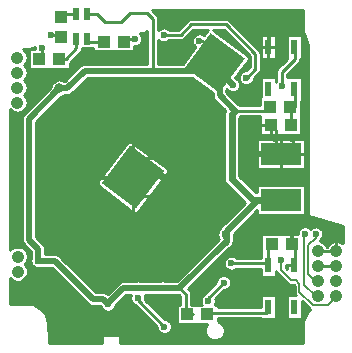
<source format=gbr>
G04 DipTrace 3.2.0.1*
G04 Bottom.gbr*
%MOIN*%
G04 #@! TF.FileFunction,Copper,L2,Bot*
G04 #@! TF.Part,Single*
%AMOUTLINE9*
4,1,4,
-0.014979,0.099094,
0.099094,0.014979,
0.014979,-0.099094,
-0.099094,-0.014979,
-0.014979,0.099094,
0*%
%AMOUTLINE12*
4,1,4,
-0.103974,-0.020286,
-0.00926,0.105529,
0.103974,0.020286,
0.00926,-0.105529,
-0.103974,-0.020286,
0*%
G04 #@! TA.AperFunction,CopperBalancing*
%ADD10C,0.009843*%
G04 #@! TA.AperFunction,Conductor*
%ADD16C,0.015748*%
%ADD17C,0.006299*%
G04 #@! TA.AperFunction,ViaPad*
%ADD22C,0.031496*%
G04 #@! TA.AperFunction,Conductor*
%ADD24C,0.019685*%
%ADD27C,0.020669*%
G04 #@! TA.AperFunction,ViaPad*
%ADD28C,0.023622*%
G04 #@! TA.AperFunction,CopperBalancing*
%ADD30C,0.008661*%
%ADD33R,0.03937X0.043307*%
%ADD34R,0.043307X0.03937*%
%ADD35R,0.133858X0.074803*%
%ADD37R,0.023622X0.03937*%
G04 #@! TA.AperFunction,ComponentPad*
%ADD44C,0.041339*%
%ADD59R,0.023622X0.051181*%
G04 #@! TA.AperFunction,ViaPad*
%ADD61C,0.025984*%
%ADD125OUTLINE9*%
%ADD128OUTLINE12*%
%FSLAX26Y26*%
G04*
G70*
G90*
G75*
G01*
G04 Bottom*
%LPD*%
X275984Y77953D2*
D10*
X349606D1*
Y76772D1*
X330315Y125984D2*
Y96063D1*
X349606Y76772D1*
X388976Y126378D2*
Y84646D1*
X381102Y76772D1*
X349606D1*
X381496Y-176772D2*
Y-220866D1*
X384646Y-224016D1*
X393701D1*
Y-292126D1*
X392520Y-293307D1*
X532677Y-246457D2*
X471260D1*
Y-246850D1*
X330315Y125984D2*
Y156693D1*
X314567Y172441D1*
X356693Y527953D2*
X341732D1*
X307087Y493307D1*
Y433071D1*
X305906D1*
X-145434Y-867D2*
X-118190D1*
X-117323Y0D1*
X-118110Y61811D2*
X-47253D1*
X-46072Y62992D1*
X-118504Y-62205D2*
X-48434D1*
X-46072Y-64567D1*
X19282D1*
X19676Y-64173D1*
Y-1575D1*
X18888Y-787D1*
Y61811D1*
X19676Y62598D1*
X-45678D1*
X-116929Y62992D2*
X-118110Y61811D1*
Y787D1*
X-144567Y0D2*
X-145434Y-867D1*
X-117323Y0D2*
Y-61024D1*
X-118504Y-62205D1*
X-206693Y-224803D2*
X-140954D1*
X19676Y-64173D1*
X-353552Y110630D2*
Y75993D1*
X-275197Y-2362D1*
X402756Y-538189D2*
Y-530315D1*
X351181Y-478740D1*
Y-403543D1*
X383858Y-370866D1*
X-275197Y-2362D2*
X-146929D1*
X-145434Y-867D1*
X305906Y-433071D2*
Y-446063D1*
X298819Y-453150D1*
X108268D1*
X103150Y-458268D1*
X317717Y-224016D2*
X306693D1*
Y-292520D1*
X305906Y-293307D1*
X183071Y-287402D2*
X300000D1*
X305906Y-293307D1*
X464961Y-189764D2*
D17*
Y-202756D1*
X440157Y-227559D1*
Y-324409D1*
X462598Y-346850D1*
X471260D1*
X428740Y-188976D2*
X426772D1*
Y-360630D1*
X464173Y-398031D1*
X470079D1*
X471260Y-396850D1*
X532677Y-396457D2*
Y-400394D1*
X505512Y-427559D1*
X455906D1*
X410236Y-381890D1*
Y-356299D1*
X397244Y-343307D1*
X381102D1*
X347244Y-309449D1*
Y-277165D1*
X187795Y306693D2*
D24*
X147970Y346518D1*
D10*
X147010D1*
X128346Y380315D1*
X349606Y-76772D2*
D24*
X270472D1*
X167717Y-179528D1*
Y-212598D1*
X10236Y-370079D1*
X-127559D1*
X36220Y-458268D2*
D10*
X30709D1*
Y-390551D1*
X10236Y-370079D1*
X161417Y-190551D2*
D16*
X166929Y-218898D1*
X167717Y-212598D1*
X471260Y-296850D2*
D10*
X532677D1*
Y-296457D1*
X-390157Y296063D2*
D24*
X-363386D1*
X-304724Y354724D1*
X-78346D1*
X3543D1*
X91339D1*
X143701Y302362D1*
Y273228D1*
X196457Y220472D1*
D10*
X299213D1*
X312992Y234252D1*
X76772Y454724D2*
X103097Y448534D1*
X28294Y351290D1*
X3543Y354724D1*
X91339D2*
X102756D1*
X128346Y380315D1*
X-227559Y-424016D2*
X-224606Y-421063D1*
Y-417913D1*
D27*
X-176772Y-370079D1*
X-127559D1*
X-46457Y-368898D2*
D10*
X9843D1*
X30709Y-389764D2*
Y-440551D1*
X36220D1*
X53937Y-458268D1*
X36220D1*
X-461417Y-279134D2*
D24*
X-406299D1*
X-277953Y-407480D1*
X-244094D1*
X-227559Y-424016D1*
X-461417Y-279134D2*
Y-238976D1*
X-491732Y-208661D1*
Y194488D1*
X-390157Y296063D1*
X-297638Y544094D2*
D10*
X-264961D1*
X-237402Y516535D1*
X-185827D1*
X-155512Y546850D1*
X-97638D1*
X-78346Y527559D1*
Y354724D1*
X349606Y-76772D2*
D28*
X254331D1*
X184252Y-6693D1*
Y208268D1*
X196457Y220472D1*
X379921Y234252D2*
D10*
X394094D1*
Y291732D1*
X392520Y293307D1*
X381496Y172441D2*
Y232677D1*
X379921Y234252D1*
X350787Y302362D2*
Y350000D1*
X393701Y392913D1*
Y433071D1*
X392520D1*
X-333071Y544094D2*
X-373228D1*
X-384646Y532677D1*
X-390551Y394488D2*
X-368110D1*
X-333071Y429528D1*
Y461417D1*
X-241732Y451575D2*
X-291732D1*
X-297638Y457480D1*
Y461417D1*
X-417323Y472835D2*
X-391732D1*
X-384646Y465748D1*
X-447638Y429528D2*
Y404331D1*
X-457480Y394488D1*
X-139370Y460236D2*
X-166142D1*
X-174803Y451575D1*
X-41732Y473228D2*
X13780D1*
X48819Y508268D1*
X164567D1*
X262205Y410630D1*
Y358661D1*
X234252Y330709D1*
X233071D1*
X-128346Y-404331D2*
Y-410630D1*
X-40157Y-498819D1*
X105906Y-413386D2*
Y-403543D1*
X157480Y-351969D1*
D28*
X394488Y545276D3*
X356693Y527953D3*
X17323Y519685D3*
X-41339Y518110D3*
X418504Y516535D3*
X-41732Y473228D3*
X-417323Y472835D3*
X-139370Y460236D3*
X76772Y454724D3*
X-447638Y429528D3*
X-108268Y403937D3*
X-24016Y393701D3*
X425197Y371654D3*
X-356693Y353543D3*
X427165Y334646D3*
X233071Y330709D3*
X-431890Y324803D3*
X187795Y306693D3*
X350787Y302362D3*
D22*
X-390157Y296063D3*
D28*
X242126Y284252D3*
X85433Y282283D3*
X428740Y255906D3*
X-380709Y249606D3*
X-83465Y216535D3*
X-412598Y216142D3*
X429528Y197244D3*
X-350394Y191339D3*
X-84252Y186220D3*
X-427953Y168110D3*
X-454724Y145276D3*
X429528Y132677D3*
X388976Y126378D3*
X330315Y125984D3*
X-353552Y110630D3*
X-455512Y87402D3*
X275984Y77953D3*
X-385039Y9843D3*
X-275197Y-2362D3*
X407874Y-3543D3*
X343701Y-4331D3*
X300394Y-4724D3*
X410236Y-137795D3*
X343701Y-138583D3*
X291732Y-139370D3*
X-520866Y-149606D3*
X-208268Y-157087D3*
X238976Y-174803D3*
X381496Y-176772D3*
X542913Y-177559D3*
X505906Y-187402D3*
X428740Y-188976D3*
X464961Y-189764D3*
X70866Y-194094D3*
X161417Y-190551D3*
X-286614Y-198031D3*
X-546850Y-198425D3*
X99213Y-222835D3*
X-544882Y-222441D3*
X-206693Y-224803D3*
X-283858Y-243307D3*
X12598Y-273622D3*
X-363386Y-272047D3*
X-461417Y-279134D3*
X151575Y-275591D3*
X-16929Y-295276D3*
X210236Y-316535D3*
X183071Y-287402D3*
X347244Y-277165D3*
X157480Y-351969D3*
X106299Y-365748D3*
X-46457Y-368898D3*
X-127559Y-370079D3*
X383858Y-370866D3*
X-506299Y-389764D3*
X-128346Y-404331D3*
X154331Y-405118D3*
X105906Y-413386D3*
X-498425Y-414567D3*
X-470079Y-414961D3*
X-227559Y-424016D3*
X-414173Y-440551D3*
X-110236Y-471260D3*
X-111811Y-498425D3*
X-40157Y-498819D3*
X-393701Y-507874D3*
X402756Y-538189D3*
X83071Y-541339D3*
X1181Y-544882D3*
D61*
X-46072Y62992D3*
X19676Y62598D3*
X-118110Y61811D3*
X-117323Y0D3*
X-45678D3*
X18888Y-787D3*
X-118504Y-62205D3*
X19676Y-64173D3*
X-46072Y-64567D3*
X-71869Y547769D2*
D30*
X421182D1*
X-63445Y539239D2*
X421182D1*
X-59486Y530709D2*
X421182D1*
X-59215Y522178D2*
X36121D1*
X177265D2*
X421182D1*
X-59215Y513648D2*
X27510D1*
X185875D2*
X421182D1*
X-59215Y505118D2*
X18984D1*
X194402D2*
X421182D1*
X-59215Y496588D2*
X-51915D1*
X-31539D2*
X10441D1*
X202945D2*
X421182D1*
X55294Y488058D2*
X102350D1*
X124975D2*
X158092D1*
X211471D2*
X421182D1*
X-110287Y479528D2*
X-97471D1*
X46769D2*
X71748D1*
X81803D2*
X96024D1*
X136546D2*
X166617D1*
X219997D2*
X424193D1*
X-115769Y470997D2*
X-97471D1*
X38243D2*
X56726D1*
X148117D2*
X175143D1*
X228522D2*
X279892D1*
X331919D2*
X366507D1*
X418533D2*
X427661D1*
X-113451Y462467D2*
X-97471D1*
X29717D2*
X51972D1*
X159688D2*
X183669D1*
X237049D2*
X279892D1*
X331919D2*
X366507D1*
X418533D2*
X431129D1*
X-114161Y453937D2*
X-97471D1*
X-24739D2*
X50770D1*
X171260D2*
X192213D1*
X245592D2*
X279892D1*
X331919D2*
X366507D1*
X418533D2*
X433819D1*
X-118188Y445407D2*
X-97471D1*
X-59215D2*
X52547D1*
X182814D2*
X200739D1*
X254118D2*
X279892D1*
X331919D2*
X366507D1*
X418533D2*
X436390D1*
X-129184Y436877D2*
X-97471D1*
X-59215D2*
X58181D1*
X194385D2*
X209265D1*
X262644D2*
X279892D1*
X331919D2*
X366507D1*
X418533D2*
X438505D1*
X-481510Y428346D2*
X-473634D1*
X-313983D2*
X-277585D1*
X-138945D2*
X-97471D1*
X-59215D2*
X58282D1*
X205955D2*
X217791D1*
X271171D2*
X279892D1*
X331919D2*
X366507D1*
X418533D2*
X438505D1*
X-502944Y419816D2*
X-493343D1*
X-316740D2*
X-277585D1*
X-138945D2*
X-97471D1*
X-59215D2*
X51990D1*
X217528D2*
X226333D1*
X331919D2*
X366507D1*
X418533D2*
X438521D1*
X-497734Y411286D2*
X-493350D1*
X-324623D2*
X-97471D1*
X-59215D2*
X45696D1*
X229098D2*
X234848D1*
X331919D2*
X366507D1*
X418533D2*
X438521D1*
X-333150Y402756D2*
X-97471D1*
X-59215D2*
X39403D1*
X331919D2*
X366507D1*
X418533D2*
X438521D1*
X-341676Y394226D2*
X-97471D1*
X-59215D2*
X33110D1*
X331919D2*
X366507D1*
X418533D2*
X438538D1*
X-350219Y385696D2*
X-97471D1*
X-59215D2*
X26833D1*
X237810D2*
X243092D1*
X281337D2*
X359791D1*
X411343D2*
X438538D1*
X-502199Y377165D2*
X-493343D1*
X-354685D2*
X-311402D1*
X231517D2*
X243081D1*
X281337D2*
X351265D1*
X404644D2*
X438538D1*
X-501996Y368635D2*
X-493343D1*
X-354685D2*
X-324461D1*
X225224D2*
X243081D1*
X281337D2*
X342739D1*
X396118D2*
X438555D1*
X-497260Y360105D2*
X-332987D1*
X218930D2*
X236958D1*
X281337D2*
X334720D1*
X387575D2*
X438555D1*
X-495230Y351575D2*
X-341530D1*
X212638D2*
X218176D1*
X279899D2*
X331726D1*
X379049D2*
X438572D1*
X-495416Y343045D2*
X-350056D1*
X273285D2*
X331657D1*
X370522D2*
X438572D1*
X-497852Y334514D2*
X-358583D1*
X200068D2*
X207353D1*
X264741D2*
X331657D1*
X369913D2*
X438572D1*
X-503164Y325984D2*
X-367109D1*
X-299824D2*
X59280D1*
X258635D2*
X279892D1*
X418533D2*
X438589D1*
X-501134Y317454D2*
X-410738D1*
X-308349D2*
X70852D1*
X255302D2*
X279892D1*
X418533D2*
X438589D1*
X-496837Y308924D2*
X-417114D1*
X-316875D2*
X82423D1*
X213703D2*
X219635D1*
X246505D2*
X279892D1*
X418533D2*
X438589D1*
X-495129Y300394D2*
X-419787D1*
X-325402D2*
X93976D1*
X213010D2*
X279892D1*
X418533D2*
X438606D1*
X-495619Y291864D2*
X-428009D1*
X-333928D2*
X105547D1*
X208967D2*
X279892D1*
X418533D2*
X438606D1*
X-498394Y283333D2*
X-436535D1*
X-342471D2*
X117118D1*
X167740D2*
X177613D1*
X197988D2*
X279892D1*
X418533D2*
X438606D1*
X-504213Y274803D2*
X-445062D1*
X-353281D2*
X119656D1*
X175776D2*
X279892D1*
X418533D2*
X438623D1*
X-500356Y266273D2*
X-453605D1*
X-386302D2*
X120722D1*
X184302D2*
X277135D1*
X418533D2*
X438623D1*
X-496465Y257743D2*
X-462130D1*
X-394828D2*
X125577D1*
X192828D2*
X277135D1*
X418533D2*
X438623D1*
X-495060Y249213D2*
X-470656D1*
X-403354D2*
X134070D1*
X201371D2*
X277135D1*
X415776D2*
X438640D1*
X-495856Y240682D2*
X-479182D1*
X-411881D2*
X142596D1*
X212299D2*
X277135D1*
X415776D2*
X438640D1*
X-498986Y232152D2*
X-487726D1*
X-420424D2*
X151122D1*
X415776D2*
X438640D1*
X-505381Y223622D2*
X-496252D1*
X-428950D2*
X159664D1*
X415776D2*
X438657D1*
X-554845Y215092D2*
X-539238D1*
X-520605D2*
X-504778D1*
X-437476D2*
X159175D1*
X415776D2*
X438657D1*
X-554828Y206562D2*
X-512390D1*
X-446001D2*
X158244D1*
X415776D2*
X438673D1*
X-554828Y198031D2*
X-515503D1*
X-454545D2*
X158244D1*
X210455D2*
X278709D1*
X417349D2*
X438673D1*
X-554811Y189501D2*
X-515774D1*
X-463071D2*
X158244D1*
X210269D2*
X278709D1*
X417349D2*
X438673D1*
X-554811Y180971D2*
X-515774D1*
X-467689D2*
X158244D1*
X210269D2*
X278709D1*
X417349D2*
X438690D1*
X-554811Y172441D2*
X-515774D1*
X-467689D2*
X158244D1*
X210269D2*
X278709D1*
X417349D2*
X438690D1*
X-554794Y163911D2*
X-515774D1*
X-467689D2*
X158244D1*
X210269D2*
X278709D1*
X417349D2*
X438690D1*
X-554794Y155381D2*
X-515774D1*
X-467689D2*
X158244D1*
X210269D2*
X278709D1*
X417349D2*
X438707D1*
X-554777Y146850D2*
X-515774D1*
X-467689D2*
X158244D1*
X210269D2*
X278709D1*
X417349D2*
X438707D1*
X-554777Y138320D2*
X-515774D1*
X-467689D2*
X158244D1*
X210269D2*
X438707D1*
X-554760Y129790D2*
X-515774D1*
X-467689D2*
X158244D1*
X210269D2*
X438724D1*
X-554760Y121260D2*
X-515774D1*
X-467689D2*
X158244D1*
X210269D2*
X268474D1*
X430747D2*
X438724D1*
X-554743Y112730D2*
X-515774D1*
X-467689D2*
X-166188D1*
X-142362D2*
X158244D1*
X210269D2*
X268474D1*
X430747D2*
X438724D1*
X-554743Y104199D2*
X-515774D1*
X-467689D2*
X-172598D1*
X-131045D2*
X158244D1*
X210269D2*
X268474D1*
X430747D2*
X438741D1*
X-554727Y95669D2*
X-515774D1*
X-467689D2*
X-179028D1*
X-119710D2*
X158244D1*
X210269D2*
X268474D1*
X430747D2*
X438741D1*
X-554727Y87139D2*
X-515774D1*
X-467689D2*
X-185438D1*
X-108375D2*
X158244D1*
X210269D2*
X268474D1*
X430747D2*
X438741D1*
X-554710Y78609D2*
X-515774D1*
X-467689D2*
X-191867D1*
X-97042D2*
X158244D1*
X210269D2*
X268474D1*
X430747D2*
X438759D1*
X-554710Y70079D2*
X-515774D1*
X-467689D2*
X-198295D1*
X-85707D2*
X158244D1*
X210269D2*
X268474D1*
X430747D2*
X438759D1*
X-554710Y61549D2*
X-515774D1*
X-467689D2*
X-204707D1*
X-74373D2*
X158244D1*
X210269D2*
X268474D1*
X430747D2*
X438759D1*
X-554693Y53018D2*
X-515774D1*
X-467689D2*
X-211135D1*
X-63055D2*
X158244D1*
X210269D2*
X268474D1*
X430747D2*
X438776D1*
X-554693Y44488D2*
X-515774D1*
X-467689D2*
X-217547D1*
X-51722D2*
X158244D1*
X210269D2*
X268474D1*
X430747D2*
X438776D1*
X-554676Y35958D2*
X-515774D1*
X-467689D2*
X-223975D1*
X-40387D2*
X158244D1*
X210269D2*
X268474D1*
X430747D2*
X438793D1*
X-554676Y27428D2*
X-515774D1*
X-467689D2*
X-230404D1*
X-29933D2*
X158244D1*
X210269D2*
X268474D1*
X430747D2*
X438793D1*
X-554659Y18898D2*
X-515774D1*
X-467689D2*
X-236815D1*
X-27260D2*
X158244D1*
X210269D2*
X438793D1*
X-554659Y10367D2*
X-515774D1*
X-467689D2*
X-243244D1*
X-30711D2*
X158244D1*
X210269D2*
X438810D1*
X-554642Y1837D2*
X-515774D1*
X-467689D2*
X-249655D1*
X-37139D2*
X158244D1*
X212147D2*
X438810D1*
X-554642Y-6693D2*
X-515774D1*
X-467689D2*
X-256084D1*
X-43551D2*
X158244D1*
X220690D2*
X438810D1*
X-554625Y-15223D2*
X-515774D1*
X-467689D2*
X-262224D1*
X-49979D2*
X159732D1*
X229217D2*
X438827D1*
X-554625Y-23753D2*
X-515774D1*
X-467689D2*
X-263358D1*
X-56390D2*
X164909D1*
X237743D2*
X438827D1*
X-554608Y-32283D2*
X-515774D1*
X-467689D2*
X-257673D1*
X-62819D2*
X173402D1*
X246269D2*
X268474D1*
X430747D2*
X438827D1*
X-554608Y-40814D2*
X-515774D1*
X-467689D2*
X-246340D1*
X-69247D2*
X181944D1*
X254811D2*
X268474D1*
X430747D2*
X438843D1*
X-554591Y-49344D2*
X-515774D1*
X-467689D2*
X-235005D1*
X-75659D2*
X190470D1*
X263337D2*
X268474D1*
X430747D2*
X438843D1*
X-554591Y-57874D2*
X-515774D1*
X-467689D2*
X-223671D1*
X-82087D2*
X198996D1*
X430747D2*
X438843D1*
X-554591Y-66404D2*
X-515774D1*
X-467689D2*
X-212336D1*
X-88499D2*
X207522D1*
X430747D2*
X438860D1*
X-554575Y-74934D2*
X-515774D1*
X-467689D2*
X-201020D1*
X-94927D2*
X216066D1*
X430747D2*
X438860D1*
X-554575Y-83465D2*
X-515774D1*
X-467689D2*
X-189685D1*
X-101356D2*
X224592D1*
X430747D2*
X438860D1*
X-554558Y-91995D2*
X-515774D1*
X-467689D2*
X-178350D1*
X-107766D2*
X221597D1*
X430747D2*
X438877D1*
X-554558Y-100525D2*
X-515774D1*
X-467689D2*
X-167016D1*
X-114196D2*
X213071D1*
X430747D2*
X438877D1*
X-554541Y-109055D2*
X-515774D1*
X-467689D2*
X-155682D1*
X-120606D2*
X204545D1*
X430747D2*
X438894D1*
X-554541Y-117585D2*
X-515774D1*
X-467689D2*
X-144297D1*
X-128050D2*
X196001D1*
X263304D2*
X268474D1*
X430747D2*
X438894D1*
X-554524Y-126115D2*
X-515774D1*
X-467689D2*
X187476D1*
X254778D2*
X268474D1*
X430747D2*
X438894D1*
X-554524Y-134646D2*
X-515774D1*
X-467689D2*
X178950D1*
X246252D2*
X455354D1*
X-554507Y-143176D2*
X-515774D1*
X-467689D2*
X170424D1*
X237726D2*
X483030D1*
X-554507Y-151706D2*
X-515774D1*
X-467689D2*
X161881D1*
X229182D2*
X510706D1*
X-554490Y-160236D2*
X-515774D1*
X-467689D2*
X153354D1*
X220656D2*
X538382D1*
X-554490Y-168766D2*
X-515774D1*
X-467689D2*
X146318D1*
X212130D2*
X412909D1*
X444568D2*
X450245D1*
X479671D2*
X553793D1*
X-554490Y-177297D2*
X-515774D1*
X-467689D2*
X139178D1*
X203605D2*
X405601D1*
X487672D2*
X553726D1*
X-554472Y-185827D2*
X-515774D1*
X-467689D2*
X135845D1*
X195062D2*
X402929D1*
X490667D2*
X553640D1*
X-554472Y-194357D2*
X-515774D1*
X-467689D2*
X135693D1*
X191762D2*
X281854D1*
X490547D2*
X553573D1*
X-554455Y-202887D2*
X-515774D1*
X-463849D2*
X138636D1*
X191762D2*
X281854D1*
X487282D2*
X553488D1*
X-554455Y-211417D2*
X-515622D1*
X-455323D2*
X135253D1*
X191762D2*
X281854D1*
X479856D2*
X553421D1*
X-554438Y-219948D2*
X-512846D1*
X-446797D2*
X126710D1*
X190562D2*
X281854D1*
X492933D2*
X510503D1*
X-554438Y-228478D2*
X-505573D1*
X-439878D2*
X118185D1*
X186722D2*
X281854D1*
X-554421Y-237008D2*
X-548786D1*
X-509474D2*
X-497030D1*
X-437459D2*
X109659D1*
X178839D2*
X281854D1*
X-500626Y-245538D2*
X-488504D1*
X-437374D2*
X101133D1*
X168434D2*
X281854D1*
X-496194Y-254068D2*
X-485459D1*
X-437374D2*
X92589D1*
X159891D2*
X281854D1*
X-494367Y-262598D2*
X-485459D1*
X-389178D2*
X84063D1*
X151365D2*
X178037D1*
X188092D2*
X279892D1*
X-494756Y-271129D2*
X-486118D1*
X-380652D2*
X75537D1*
X142839D2*
X163031D1*
X-497412Y-279659D2*
X-487421D1*
X-372126D2*
X67010D1*
X134314D2*
X158277D1*
X-503063Y-288189D2*
X-485747D1*
X-363600D2*
X58486D1*
X125770D2*
X157059D1*
X-499815Y-296719D2*
X-480265D1*
X-355056D2*
X49942D1*
X117244D2*
X158853D1*
X-495789Y-305249D2*
X-413833D1*
X-346531D2*
X41416D1*
X108718D2*
X164486D1*
X-494299Y-313780D2*
X-405307D1*
X-338005D2*
X32890D1*
X100192D2*
X279892D1*
X-494976Y-322310D2*
X-396781D1*
X-329479D2*
X24364D1*
X91648D2*
X279892D1*
X-497987Y-330840D2*
X-388238D1*
X-320936D2*
X15820D1*
X83122D2*
X142967D1*
X171987D2*
X279892D1*
X331919D2*
X344448D1*
X-504196Y-339370D2*
X-379711D1*
X-312409D2*
X7295D1*
X74597D2*
X134848D1*
X180106D2*
X352974D1*
X-554320Y-347900D2*
X-539864D1*
X-518406D2*
X-371185D1*
X-303883D2*
X-185912D1*
X66071D2*
X131803D1*
X183169D2*
X361516D1*
X-554320Y-356430D2*
X-362660D1*
X-295357D2*
X-197467D1*
X57528D2*
X126322D1*
X183101D2*
X370262D1*
X-554303Y-364961D2*
X-354117D1*
X-286832D2*
X-205992D1*
X49001D2*
X117795D1*
X179887D2*
X392881D1*
X-554303Y-373491D2*
X-345591D1*
X-278289D2*
X-214535D1*
X41118D2*
X109269D1*
X171361D2*
X392881D1*
X-554286Y-382021D2*
X-337064D1*
X-269762D2*
X-223062D1*
X48105D2*
X100743D1*
X154122D2*
X392881D1*
X-554286Y-390551D2*
X-328538D1*
X49831D2*
X92201D1*
X145580D2*
X395333D1*
X-554269Y-399081D2*
X-319995D1*
X-171425D2*
X-153804D1*
X-102878D2*
X11575D1*
X49831D2*
X84350D1*
X137054D2*
X279892D1*
X331919D2*
X366507D1*
X-554269Y-407612D2*
X-311469D1*
X-179951D2*
X-154143D1*
X-102539D2*
X11575D1*
X49831D2*
X80562D1*
X131251D2*
X279892D1*
X331919D2*
X366507D1*
X-554269Y-416142D2*
X-302944D1*
X-188493D2*
X-151419D1*
X-96144D2*
X11575D1*
X49831D2*
X80037D1*
X131776D2*
X279892D1*
X331919D2*
X366507D1*
X-476453Y-424672D2*
X-294366D1*
X-197020D2*
X-144009D1*
X-87619D2*
X11575D1*
X49831D2*
X82558D1*
X129255D2*
X279892D1*
X331919D2*
X366507D1*
X418533D2*
X428828D1*
X-460534Y-433202D2*
X-252024D1*
X-203280D2*
X-132472D1*
X-79093D2*
X358D1*
X139016D2*
X279892D1*
X331919D2*
X366507D1*
X418533D2*
X437371D1*
X-450400Y-441732D2*
X-246272D1*
X-208845D2*
X-123929D1*
X-70550D2*
X358D1*
X331919D2*
X366507D1*
X418533D2*
X444612D1*
X-442991Y-450262D2*
X-115403D1*
X-62024D2*
X358D1*
X331919D2*
X366507D1*
X418533D2*
X437794D1*
X-435581Y-458793D2*
X-106877D1*
X-53497D2*
X358D1*
X331919D2*
X366507D1*
X418533D2*
X432449D1*
X-431639Y-467323D2*
X-98350D1*
X-44971D2*
X358D1*
X331919D2*
X366507D1*
X418533D2*
X428253D1*
X-429102Y-475853D2*
X-89808D1*
X-29035D2*
X358D1*
X139016D2*
X424058D1*
X-426564Y-484383D2*
X-81282D1*
X-18699D2*
X358D1*
X147203D2*
X421419D1*
X-425516Y-492913D2*
X-72756D1*
X-14843D2*
X99999D1*
X155899D2*
X420894D1*
X-425516Y-501444D2*
X-66039D1*
X-14285D2*
X95736D1*
X160178D2*
X420370D1*
X-425516Y-509974D2*
X-63570D1*
X-16755D2*
X94112D1*
X161786D2*
X419862D1*
X-425516Y-518504D2*
X-56668D1*
X-23639D2*
X94755D1*
X161160D2*
X419643D1*
X-425516Y-527034D2*
X-246220D1*
X-188427D2*
X97783D1*
X158133D2*
X419727D1*
X-425516Y-535564D2*
X-247320D1*
X-186921D2*
X104143D1*
X151755D2*
X419795D1*
X-425516Y-544094D2*
X-247320D1*
X-186921D2*
X120130D1*
X135768D2*
X419862D1*
X-425516Y-552625D2*
X-247320D1*
X-186921D2*
X419948D1*
X270205Y127512D2*
X429874D1*
Y26031D1*
X269339D1*
Y127512D1*
X270205D1*
X-489782Y427512D2*
X-472710Y427554D1*
X-472698Y431600D1*
X-477715Y428979D1*
X-482951Y428282D1*
X-489760Y427513D1*
X-24465Y454969D2*
X-26950Y452882D1*
X-30315Y450820D1*
X-33961Y449310D1*
X-37798Y448388D1*
X-41732Y448079D1*
X-45667Y448388D1*
X-49504Y449310D1*
X-53150Y450820D1*
X-56514Y452882D1*
X-59516Y455445D1*
X-60087Y456062D1*
Y377896D1*
X21932Y377906D1*
X63043Y433636D1*
X60438Y435601D1*
X57648Y438391D1*
X55328Y441584D1*
X53537Y445100D1*
X52318Y448853D1*
X51699Y452751D1*
Y456698D1*
X52318Y460596D1*
X53537Y464349D1*
X55328Y467865D1*
X57648Y471058D1*
X60438Y473848D1*
X63631Y476168D1*
X67147Y477959D1*
X70900Y479178D1*
X74798Y479797D1*
X78745D1*
X82643Y479178D1*
X86396Y477959D1*
X89912Y476168D1*
X92845Y474054D1*
X103286Y488143D1*
X104780Y489615D1*
X103937Y490008D1*
X56383D1*
X25638Y459344D1*
X23320Y457659D1*
X20768Y456358D1*
X18042Y455472D1*
X15213Y455025D1*
X-7874Y454969D1*
X-24436D1*
X197297Y329974D2*
X200936Y328136D1*
X204129Y325816D1*
X206919Y323026D1*
X209239Y319833D1*
X211030Y316318D1*
X212249Y312564D1*
X212867Y308667D1*
Y304719D1*
X212249Y300822D1*
X211030Y297068D1*
X209239Y293552D1*
X206919Y290360D1*
X204129Y287570D1*
X200936Y285249D1*
X197420Y283458D1*
X193667Y282239D1*
X189769Y281621D1*
X185822D1*
X181924Y282239D1*
X178171Y283458D1*
X174655Y285249D1*
X171462Y287570D1*
X168672Y290360D1*
X167615Y291698D1*
X166882Y289370D1*
Y282823D1*
X206081Y243707D1*
X209597Y241916D1*
X212790Y239596D1*
X213780Y238732D1*
X278000D1*
Y267276D1*
X280756Y267370D1*
Y332236D1*
X331055D1*
Y317941D1*
X332528Y319685D1*
X332584Y351433D1*
X333031Y354262D1*
X333917Y356988D1*
X335218Y359541D1*
X336903Y361858D1*
X353188Y378223D1*
X369109Y394144D1*
X367370Y394142D1*
Y472000D1*
X417669D1*
Y394142D1*
X411961Y394094D1*
X411904Y391480D1*
X411457Y388651D1*
X410571Y385925D1*
X409270Y383373D1*
X407585Y381055D1*
X391301Y364690D1*
X369039Y342429D1*
X369047Y332220D1*
X417669Y332236D1*
Y254378D1*
X414913Y254283D1*
X414899Y205465D1*
X416488D1*
Y139417D1*
X279575D1*
Y201228D1*
X278000D1*
Y202226D1*
X213765Y202213D1*
X209395Y197844D1*
X209402Y3726D1*
X264752Y-51626D1*
X269336Y-51622D1*
X269339Y-26031D1*
X429874D1*
Y-127512D1*
X269339D1*
Y-110680D1*
X190892Y-189134D1*
X190827Y-214417D1*
X190257Y-218010D1*
X189134Y-221470D1*
X187478Y-224717D1*
X185369Y-229383D1*
X183501Y-232139D1*
X181226Y-234568D1*
X178598Y-236612D1*
X175677Y-238222D1*
X171860Y-241239D1*
X39930Y-373168D1*
X44593Y-377906D1*
X46278Y-380223D1*
X47579Y-382776D1*
X48465Y-385501D1*
X48912Y-388331D1*
X48969Y-403543D1*
Y-425248D1*
X83738Y-425244D1*
X82671Y-423010D1*
X81451Y-419257D1*
X80833Y-415360D1*
Y-411412D1*
X81451Y-407514D1*
X82671Y-403761D1*
X84462Y-400245D1*
X86782Y-397052D1*
X89572Y-394262D1*
X90790Y-393302D1*
X92993Y-390631D1*
X132337Y-351289D1*
X132640Y-348034D1*
X133562Y-344197D1*
X135072Y-340551D1*
X137134Y-337186D1*
X139697Y-334185D1*
X142698Y-331622D1*
X146063Y-329560D1*
X149709Y-328050D1*
X153546Y-327129D1*
X157480Y-326819D1*
X161415Y-327129D1*
X165252Y-328050D1*
X168898Y-329560D1*
X172262Y-331622D1*
X175264Y-334185D1*
X177827Y-337186D1*
X179888Y-340551D1*
X181399Y-344197D1*
X182320Y-348034D1*
X182630Y-351969D1*
X182320Y-355903D1*
X181399Y-359740D1*
X179888Y-363386D1*
X177827Y-366751D1*
X175264Y-369752D1*
X172262Y-372315D1*
X168898Y-374377D1*
X165252Y-375887D1*
X161415Y-376808D1*
X158143Y-377130D1*
X129781Y-405491D1*
X130745Y-409451D1*
X131055Y-413386D1*
X130745Y-417320D1*
X129824Y-421157D1*
X128314Y-424803D1*
X128070Y-425241D1*
X138142Y-425244D1*
Y-434904D1*
X280769Y-434890D1*
X280756Y-394142D1*
X331055D1*
Y-472000D1*
X280756D1*
Y-471408D1*
X138126Y-471409D1*
X138157Y-480404D1*
X142945Y-482387D1*
X147364Y-485094D1*
X151304Y-488459D1*
X154669Y-492400D1*
X157377Y-496819D1*
X159360Y-501606D1*
X160570Y-506644D1*
X160976Y-511811D1*
X160570Y-516978D1*
X159360Y-522016D1*
X157377Y-526803D1*
X154669Y-531222D1*
X151304Y-535163D1*
X147364Y-538528D1*
X142945Y-541235D1*
X138157Y-543218D1*
X133119Y-544428D1*
X127953Y-544835D1*
X122786Y-544428D1*
X117748Y-543218D1*
X112961Y-541235D1*
X108542Y-538528D1*
X104601Y-535163D1*
X101236Y-531222D1*
X98529Y-526803D1*
X96546Y-522016D1*
X95336Y-516978D1*
X94929Y-511811D1*
X95336Y-506644D1*
X96546Y-501606D1*
X98529Y-496819D1*
X101236Y-492400D1*
X102108Y-491294D1*
X1228Y-491291D1*
Y-425244D1*
X12445D1*
X12449Y-398129D1*
X7593Y-393260D1*
X-40585Y-393352D1*
X-44483Y-393970D1*
X-48430D1*
X-52328Y-393352D1*
X-54724Y-393260D1*
X-105762D1*
X-104428Y-396559D1*
X-103507Y-400396D1*
X-103197Y-404331D1*
X-103507Y-408265D1*
X-103736Y-409423D1*
X-39465Y-473689D1*
X-36223Y-473979D1*
X-32386Y-474900D1*
X-28740Y-476411D1*
X-25375Y-478472D1*
X-22374Y-481035D1*
X-19811Y-484037D1*
X-17749Y-487402D1*
X-16239Y-491047D1*
X-15318Y-494885D1*
X-15008Y-498819D1*
X-15318Y-502753D1*
X-16239Y-506591D1*
X-17749Y-510236D1*
X-19811Y-513601D1*
X-22374Y-516602D1*
X-25375Y-519165D1*
X-28740Y-521227D1*
X-32386Y-522738D1*
X-36223Y-523659D1*
X-40157Y-523969D1*
X-44092Y-523659D1*
X-47929Y-522738D1*
X-51575Y-521227D1*
X-54940Y-519165D1*
X-57941Y-516602D1*
X-60504Y-513601D1*
X-62566Y-510236D1*
X-64076Y-506591D1*
X-64997Y-502753D1*
X-65319Y-499482D1*
X-136768Y-428033D1*
X-139764Y-426739D1*
X-143129Y-424677D1*
X-146130Y-422114D1*
X-148693Y-419113D1*
X-150755Y-415748D1*
X-152265Y-412102D1*
X-153186Y-408265D1*
X-153496Y-404331D1*
X-153186Y-400396D1*
X-152265Y-396559D1*
X-151139Y-393747D1*
X-166958Y-393752D1*
X-203108Y-429894D1*
X-204324Y-433640D1*
X-206115Y-437156D1*
X-208436Y-440349D1*
X-211226Y-443139D1*
X-214419Y-445459D1*
X-217934Y-447251D1*
X-221688Y-448470D1*
X-225585Y-449088D1*
X-229533D1*
X-233430Y-448470D1*
X-237184Y-447251D1*
X-240699Y-445459D1*
X-243892Y-443139D1*
X-246682Y-440349D1*
X-249003Y-437156D1*
X-250840Y-433517D1*
X-253699Y-430659D1*
X-279772Y-430591D1*
X-283365Y-430021D1*
X-286824Y-428896D1*
X-290064Y-427245D1*
X-293008Y-425108D1*
X-303531Y-414685D1*
X-415890Y-302325D1*
X-451793Y-302369D1*
X-455546Y-303588D1*
X-459444Y-304206D1*
X-463391D1*
X-467289Y-303588D1*
X-471042Y-302369D1*
X-474558Y-300577D1*
X-477751Y-298257D1*
X-480541Y-295467D1*
X-482861Y-292274D1*
X-484652Y-288759D1*
X-485871Y-285005D1*
X-486490Y-281108D1*
Y-277160D1*
X-485871Y-273262D1*
X-484597Y-269391D1*
X-484598Y-248566D1*
X-509360Y-223717D1*
X-511497Y-220773D1*
X-513148Y-217533D1*
X-514273Y-214073D1*
X-514843Y-210480D1*
X-514913Y-195669D1*
X-514843Y196307D1*
X-514273Y199900D1*
X-513148Y203360D1*
X-511497Y206600D1*
X-509360Y209543D1*
X-498937Y220067D1*
X-418971Y300033D1*
X-418441Y302853D1*
X-417030Y307194D1*
X-414958Y311261D1*
X-412276Y314953D1*
X-409047Y318181D1*
X-405356Y320864D1*
X-401289Y322936D1*
X-396948Y324346D1*
X-392440Y325060D1*
X-387875D1*
X-383367Y324346D1*
X-379026Y322936D1*
X-374959Y320864D1*
X-372829Y319412D1*
X-319780Y372352D1*
X-316836Y374490D1*
X-313596Y376140D1*
X-310136Y377265D1*
X-306543Y377835D1*
X-291732Y377906D1*
X-96597D1*
X-96663Y486699D1*
X-100856Y483654D1*
X-105472Y481301D1*
X-110402Y479699D1*
X-115520Y478890D1*
X-120701D1*
X-122783Y479135D1*
X-120247Y476570D1*
X-117927Y473377D1*
X-116135Y469861D1*
X-114916Y466108D1*
X-114298Y462210D1*
Y458262D1*
X-114916Y454365D1*
X-116135Y450612D1*
X-117927Y447096D1*
X-120247Y443903D1*
X-123037Y441113D1*
X-126230Y438793D1*
X-129745Y437001D1*
X-133499Y435782D1*
X-137396Y435164D1*
X-139810Y435104D1*
X-139811Y418551D1*
X-276724D1*
X-276819Y428394D1*
X-314831D1*
X-315315Y425265D1*
X-316201Y422539D1*
X-317501Y419987D1*
X-319186Y417669D1*
X-335470Y401304D1*
X-355202Y381572D1*
X-355559Y379874D1*
Y361465D1*
X-492472D1*
Y427210D1*
X-503398Y425987D1*
X-510402Y425888D1*
X-507835Y423891D1*
X-504062Y420118D1*
X-500925Y415801D1*
X-498503Y411046D1*
X-496853Y405971D1*
X-496018Y400699D1*
Y395364D1*
X-496853Y390092D1*
X-498503Y385017D1*
X-500925Y380262D1*
X-504062Y375945D1*
X-506892Y373042D1*
X-504062Y370118D1*
X-500925Y365801D1*
X-498503Y361046D1*
X-496853Y355971D1*
X-496018Y350699D1*
Y345364D1*
X-496853Y340092D1*
X-498503Y335017D1*
X-500925Y330262D1*
X-504062Y325945D1*
X-506892Y323042D1*
X-504062Y320118D1*
X-500925Y315801D1*
X-498503Y311046D1*
X-496853Y305971D1*
X-496018Y300699D1*
Y295364D1*
X-496853Y290092D1*
X-498503Y285017D1*
X-500925Y280262D1*
X-504062Y275945D1*
X-506892Y273042D1*
X-504062Y270118D1*
X-500925Y265801D1*
X-498503Y261046D1*
X-496853Y255971D1*
X-496018Y250699D1*
Y245364D1*
X-496853Y240092D1*
X-498503Y235017D1*
X-500925Y230262D1*
X-504062Y225945D1*
X-507835Y222172D1*
X-512152Y219035D1*
X-516907Y216613D1*
X-521982Y214963D1*
X-527253Y214129D1*
X-532589D1*
X-537861Y214963D1*
X-542936Y216613D1*
X-547690Y219035D1*
X-552008Y222172D1*
X-555718Y225877D1*
X-555287Y-243606D1*
X-553181Y-241307D1*
X-549123Y-237841D1*
X-544573Y-235052D1*
X-539643Y-233010D1*
X-534454Y-231765D1*
X-529134Y-231346D1*
X-523814Y-231765D1*
X-518625Y-233010D1*
X-513694Y-235052D1*
X-509144Y-237841D1*
X-505087Y-241307D1*
X-501621Y-245365D1*
X-498832Y-249915D1*
X-496790Y-254845D1*
X-495545Y-260034D1*
X-495126Y-265354D1*
X-495545Y-270675D1*
X-496790Y-275864D1*
X-498832Y-280794D1*
X-501621Y-285344D1*
X-505087Y-289402D1*
X-506105Y-290344D1*
X-503274Y-293268D1*
X-500138Y-297585D1*
X-497715Y-302340D1*
X-496066Y-307415D1*
X-495231Y-312686D1*
Y-318022D1*
X-496066Y-323294D1*
X-497715Y-328369D1*
X-500138Y-333123D1*
X-503274Y-337441D1*
X-507047Y-341214D1*
X-511365Y-344350D1*
X-516119Y-346773D1*
X-521194Y-348423D1*
X-526466Y-349257D1*
X-531802D1*
X-537073Y-348423D1*
X-542148Y-346773D1*
X-546903Y-344350D1*
X-551220Y-341214D1*
X-554993Y-337441D1*
X-555207Y-337171D1*
X-555096Y-422857D1*
X-480403Y-423285D1*
X-479115Y-423711D1*
X-456438Y-435920D1*
X-452946Y-439799D1*
X-434516Y-461092D1*
X-434081Y-462014D1*
X-426415Y-488014D1*
X-426378Y-544882D1*
Y-554331D1*
X-246467D1*
X-246403Y-529244D1*
X-245984Y-527955D1*
X-245189Y-526858D1*
X-244092Y-526063D1*
X-242803Y-525644D1*
X-233430Y-525659D1*
X-191415Y-526043D1*
X-190130Y-526471D1*
X-189039Y-527277D1*
X-188252Y-528379D1*
X-187844Y-529671D1*
X-187793Y-553940D1*
X420824Y-554328D1*
X420472Y-514210D1*
X422543Y-480953D1*
X422879Y-479991D1*
X435832Y-453801D1*
X446165Y-440873D1*
X444247Y-439218D1*
X417678Y-412651D1*
X417669Y-472000D1*
X367370D1*
Y-394142D1*
X399157D1*
X396896Y-391581D1*
X395545Y-389375D1*
X394555Y-386986D1*
X393951Y-384469D1*
X393748Y-381890D1*
Y-363129D1*
X390407Y-359789D1*
X379808Y-359744D1*
X377253Y-359340D1*
X374793Y-358541D1*
X372487Y-357366D1*
X370394Y-355845D1*
X351070Y-336592D1*
X334706Y-320157D1*
X333185Y-318064D1*
X332010Y-315759D1*
X331210Y-313293D1*
X331055Y-315008D1*
Y-332236D1*
X280756D1*
Y-305660D1*
X200377Y-305661D1*
X197853Y-307748D1*
X194488Y-309810D1*
X190843Y-311320D1*
X187005Y-312241D1*
X183071Y-312551D1*
X179136Y-312241D1*
X175299Y-311320D1*
X171654Y-309810D1*
X168289Y-307748D1*
X165287Y-305185D1*
X162724Y-302184D1*
X160663Y-298819D1*
X159152Y-295173D1*
X158231Y-291336D1*
X157921Y-287402D1*
X158231Y-283467D1*
X159152Y-279630D1*
X160663Y-275984D1*
X162724Y-272619D1*
X165287Y-269618D1*
X168289Y-267055D1*
X171654Y-264993D1*
X175299Y-263483D1*
X179136Y-262562D1*
X183071Y-262252D1*
X187005Y-262562D1*
X190843Y-263483D1*
X194488Y-264993D1*
X197853Y-267055D1*
X200394Y-269142D1*
X280765D1*
X280756Y-254378D1*
X282735D1*
X282724Y-190992D1*
X403668Y-190950D1*
Y-187003D1*
X404286Y-183105D1*
X405505Y-179352D1*
X407297Y-175836D1*
X409617Y-172643D1*
X412407Y-169853D1*
X415600Y-167533D1*
X419115Y-165741D1*
X422869Y-164522D1*
X426766Y-163904D1*
X430714D1*
X434612Y-164522D1*
X438365Y-165741D1*
X441881Y-167533D1*
X445073Y-169853D1*
X447220Y-171946D1*
X450178Y-169417D1*
X453543Y-167356D1*
X457189Y-165845D1*
X461026Y-164924D1*
X464961Y-164614D1*
X468895Y-164924D1*
X472732Y-165845D1*
X476378Y-167356D1*
X479743Y-169417D1*
X482744Y-171980D1*
X485307Y-174982D1*
X487369Y-178346D1*
X488879Y-181992D1*
X489801Y-185829D1*
X490110Y-189764D1*
X489801Y-193698D1*
X488879Y-197535D1*
X487369Y-201181D1*
X485307Y-204546D1*
X482744Y-207547D1*
X479711Y-210131D1*
X478297Y-212451D1*
X478119Y-213542D1*
X481471Y-214412D1*
X484718Y-215618D1*
X487824Y-217150D1*
X490759Y-218988D1*
X493491Y-221115D1*
X495993Y-223509D1*
X498239Y-226146D1*
X500205Y-228997D1*
X501874Y-232042D1*
X503710Y-228640D1*
X505672Y-225787D1*
X507913Y-223148D1*
X510412Y-220751D1*
X513142Y-218619D1*
X516075Y-216777D1*
X519178Y-215243D1*
X522424Y-214031D1*
X525774Y-213156D1*
X529197Y-212627D1*
X532655Y-212449D1*
X536114Y-212623D1*
X539537Y-213148D1*
X542888Y-214018D1*
X546135Y-215224D1*
X549241Y-216756D1*
X552176Y-218594D1*
X554206Y-220133D1*
X554696Y-165010D1*
X442188Y-130266D1*
X441079Y-129487D1*
X440266Y-128403D1*
X439828Y-127121D1*
X439757Y-117719D1*
X439370Y438337D1*
X432524Y461163D1*
X422160Y486814D1*
X422047Y492126D1*
Y556291D1*
X-80289Y555333D1*
X-64462Y539417D1*
X-62777Y537100D1*
X-61476Y534547D1*
X-60591Y531822D1*
X-60143Y528992D1*
X-60087Y505906D1*
Y490427D1*
X-58066Y492352D1*
X-54873Y494672D1*
X-51357Y496463D1*
X-47604Y497682D1*
X-43706Y498301D1*
X-39759D1*
X-35861Y497682D1*
X-32108Y496463D1*
X-28592Y494672D1*
X-25399Y492352D1*
X-24409Y491488D1*
X6227D1*
X36961Y522152D1*
X39278Y523837D1*
X41831Y525138D1*
X44556Y526024D1*
X47386Y526471D1*
X70472Y526528D1*
X166000Y526471D1*
X168829Y526024D1*
X171555Y525138D1*
X174108Y523837D1*
X176425Y522152D1*
X192790Y505867D1*
X276089Y422488D1*
X277774Y420171D1*
X279075Y417618D1*
X279961Y414892D1*
X280408Y412063D1*
X280465Y388976D1*
X280408Y357228D1*
X279961Y354399D1*
X279075Y351673D1*
X277774Y349121D1*
X276089Y346803D1*
X259804Y330438D1*
X258143Y328735D1*
X257525Y324837D1*
X256306Y321084D1*
X254514Y317568D1*
X252194Y314375D1*
X249404Y311585D1*
X246211Y309265D1*
X242696Y307474D1*
X238942Y306255D1*
X235045Y305636D1*
X231097D1*
X227199Y306255D1*
X223446Y307474D1*
X219930Y309265D1*
X216738Y311585D1*
X213948Y314375D1*
X211627Y317568D1*
X209836Y321084D1*
X208617Y324837D1*
X207999Y328735D1*
Y332682D1*
X208617Y336580D1*
X209836Y340333D1*
X211627Y343849D1*
X213948Y347042D1*
X216738Y349832D1*
X219930Y352152D1*
X223446Y353944D1*
X227199Y355163D1*
X231097Y355781D1*
X233589Y355870D1*
X243937Y366217D1*
X243945Y403068D1*
X157007Y490005D1*
X121480Y490008D1*
X236175Y405375D1*
X237644Y403885D1*
X238862Y402182D1*
X239801Y400311D1*
X240433Y398316D1*
X240745Y396247D1*
X240731Y394154D1*
X240388Y392089D1*
X239728Y390102D1*
X238765Y388244D1*
X212475Y352522D1*
X196461Y330806D1*
X-372619Y272879D2*
X-374959Y271262D1*
X-379026Y269190D1*
X-383367Y267780D1*
X-386165Y267269D1*
X-468541Y184896D1*
X-468551Y-199049D1*
X-443790Y-223921D1*
X-441652Y-226865D1*
X-440001Y-230105D1*
X-438877Y-233564D1*
X-438307Y-237157D1*
X-438236Y-251969D1*
Y-255944D1*
X-404480Y-256024D1*
X-400887Y-256593D1*
X-397428Y-257718D1*
X-394188Y-259369D1*
X-391244Y-261507D1*
X-380720Y-271929D1*
X-268362Y-384289D1*
X-242276Y-384370D1*
X-238682Y-384940D1*
X-235223Y-386064D1*
X-231983Y-387715D1*
X-230463Y-388731D1*
X-229097Y-388925D1*
X-192146Y-352077D1*
X-189140Y-349894D1*
X-185831Y-348207D1*
X-182298Y-347059D1*
X-178629Y-346479D1*
X-163780Y-346406D1*
X-136052D1*
X-133430Y-345625D1*
X-129533Y-345007D1*
X-125585D1*
X-121688Y-345625D1*
X-117816Y-346899D1*
X-58656Y-346898D1*
X-56081Y-345663D1*
X-52328Y-344444D1*
X-48430Y-343825D1*
X-44483D1*
X-40585Y-344444D1*
X-36832Y-345663D1*
X-34306Y-346900D1*
X619Y-346898D1*
X141563Y-205969D1*
X139974Y-203692D1*
X138182Y-200176D1*
X136963Y-196423D1*
X136345Y-192525D1*
Y-188577D1*
X136963Y-184680D1*
X138182Y-180927D1*
X139974Y-177411D1*
X142294Y-174218D1*
X145084Y-171428D1*
X146423Y-170371D1*
X147951Y-167416D1*
X150089Y-164472D1*
X160512Y-153949D1*
X228228Y-86232D1*
X165129Y-23026D1*
X162808Y-19833D1*
X161017Y-16318D1*
X159797Y-12564D1*
X159180Y-8667D1*
X159102Y6299D1*
X159180Y210241D1*
X159797Y214139D1*
X161017Y217892D1*
X161848Y219692D1*
X161692Y222454D1*
X126073Y258173D1*
X123936Y261117D1*
X122285Y264357D1*
X121160Y267816D1*
X120591Y271409D1*
X120520Y281467D1*
X52613Y331537D1*
X-295135Y331543D1*
X-348331Y278436D1*
X-351274Y276298D1*
X-354514Y274647D1*
X-357974Y273522D1*
X-361567Y272953D1*
X-372605Y272882D1*
X367366Y-292232D2*
X365028Y-294949D1*
X363731Y-296148D1*
X363732Y-302625D1*
X367370Y-306252D1*
Y-292248D1*
X281622Y472000D2*
X331055D1*
Y394142D1*
X280756D1*
Y472000D1*
X281622D1*
X-260050Y-13113D2*
X-164337Y113878D1*
X-162370Y115570D1*
X-160114Y116849D1*
X-157652Y117668D1*
X-155079Y117995D1*
X-152490Y117816D1*
X-149986Y117142D1*
X-147659Y115993D1*
X-140444Y110630D1*
X-32244Y29062D1*
X-30552Y27094D1*
X-29273Y24839D1*
X-28454Y22377D1*
X-28127Y19803D1*
X-28306Y17214D1*
X-28980Y14710D1*
X-30129Y12383D1*
X-35492Y5168D1*
X-126531Y-115613D1*
X-128499Y-117304D1*
X-130755Y-118584D1*
X-133217Y-119403D1*
X-135790Y-119730D1*
X-138379Y-119551D1*
X-140883Y-118877D1*
X-143210Y-117728D1*
X-150425Y-112365D1*
X-258105Y-31268D1*
X-259898Y-29392D1*
X-261295Y-27206D1*
X-262241Y-24790D1*
X-262702Y-22238D1*
X-262661Y-19643D1*
X-262118Y-17106D1*
X-261094Y-14723D1*
X-260161Y-13261D1*
X314567Y172441D2*
D10*
Y139434D1*
X279592Y172441D2*
X314567D1*
X349606Y127495D2*
Y26049D1*
X269356Y76772D2*
X429857D1*
X384646Y-191009D2*
Y-224016D1*
X532677Y-212466D2*
Y-246457D1*
X305906Y471983D2*
Y394159D1*
X280773Y433071D2*
X331038D1*
X-145434Y114371D2*
Y-116106D1*
X-250828Y-867D2*
X-40041D1*
X367387Y-293307D2*
X392520D1*
D34*
X381496Y172441D3*
X314567D3*
D35*
X349606Y76772D3*
Y-76772D3*
D34*
X317717Y-224016D3*
X384646D3*
D37*
X-333071Y544094D3*
Y461417D3*
X-297638Y544094D3*
Y461417D3*
D33*
X-384646Y532677D3*
Y465748D3*
D34*
X-241732Y451575D3*
X-174803D3*
X-457480Y394488D3*
X-390551D3*
X379921Y234252D3*
X312992D3*
X103150Y-458268D3*
X36220D3*
D44*
X-529921Y298031D3*
Y348031D3*
Y248031D3*
Y398031D3*
X532677Y-346457D3*
Y-296457D3*
Y-396457D3*
Y-246457D3*
X471260Y-346850D3*
Y-296850D3*
Y-396850D3*
Y-246850D3*
X-529134Y-315354D3*
Y-265354D3*
D125*
X128346Y380315D3*
D59*
X305906Y433071D3*
X392520D3*
X305906Y293307D3*
X392520D3*
D128*
X-145434Y-867D3*
D59*
X305906Y-293307D3*
X392520D3*
X305906Y-433071D3*
X392520D3*
M02*

</source>
